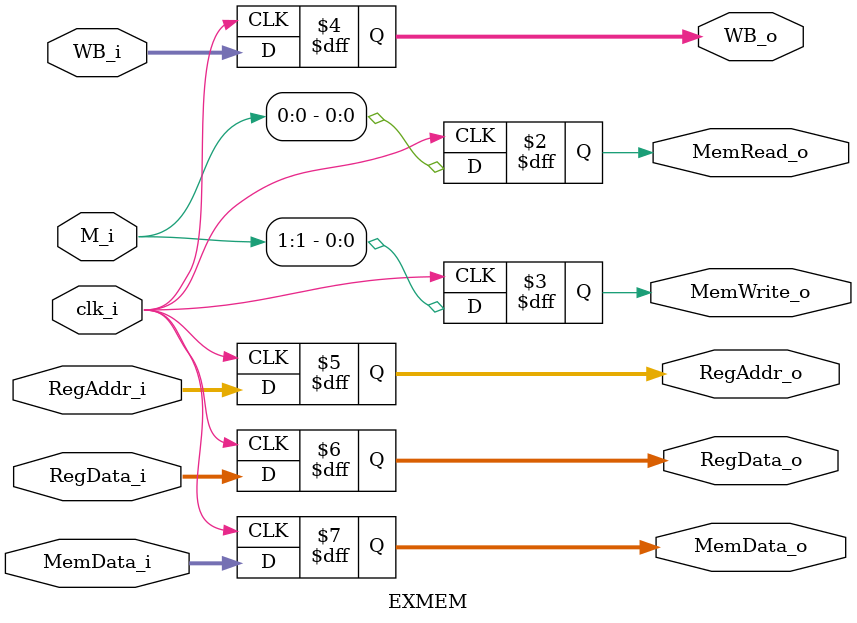
<source format=v>
module EXMEM
(
	clk_i,
	WB_i,
	M_i,
	RegData_i,
	MemData_i,
	RegAddr_i,
	WB_o,
	MemRead_o,
	MemWrite_o,
	RegData_o,
	MemData_o,
	RegAddr_o
);

input clk_i;
input [1:0] WB_i, M_i;
input [4:0] RegAddr_i;
input [31:0] RegData_i, MemData_i;
output MemRead_o, MemWrite_o;
output [1:0] WB_o;
output [4:0] RegAddr_o;
output [31:0] RegData_o, MemData_o;
reg	MemRead_o, MemWrite_o,
	WB_o, RegAddr_o, 
	RegData_o, MemData_o;

always @ (posedge clk_i) begin
	$display("M_i[0] = %b, M_i[1] = %b\n", M_i[0], M_i[1]);
	$display("*WB_i[0] = %b, WB_i[1] = %b\n", WB_i[0], WB_i[1]);
	MemRead_o <= M_i[0];
	MemWrite_o <= M_i[1];
	WB_o <= WB_i;
	RegAddr_o <= RegAddr_i;
	RegData_o <= RegData_i;
	MemData_o <= MemData_i;
end

endmodule

</source>
